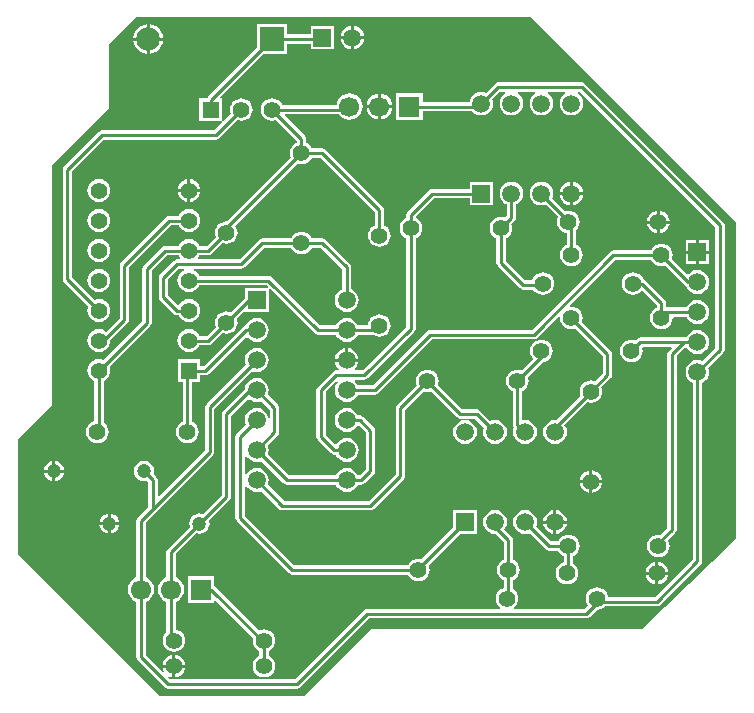
<source format=gtl>
G04 Layer_Physical_Order=1*
G04 Layer_Color=255*
%FSLAX44Y44*%
%MOMM*%
G71*
G01*
G75*
%ADD10C,0.2540*%
%ADD11C,1.4000*%
%ADD12R,1.5000X1.5000*%
%ADD13C,1.5000*%
%ADD14R,1.5000X1.5000*%
%ADD15R,1.7000X1.7000*%
%ADD16C,1.7000*%
%ADD17C,1.2000*%
%ADD18R,2.0000X2.0000*%
%ADD19C,2.0000*%
%ADD20R,1.4000X1.4000*%
%ADD21R,1.4224X1.4224*%
%ADD22C,1.4224*%
G36*
X1029970Y786130D02*
X1029970Y518160D01*
X949960Y441960D01*
X721360D01*
X664210Y384810D01*
X542290Y384810D01*
X421640Y505460D01*
Y601980D01*
X450850Y631190D01*
Y704898D01*
Y834390D01*
X498475Y882015D01*
X498475Y936625D01*
X521970Y960120D01*
X855980D01*
X1029970Y786130D01*
D02*
G37*
%LPC*%
G36*
X908050Y575875D02*
Y567690D01*
X916235D01*
X916074Y568910D01*
X915113Y571231D01*
X913584Y573224D01*
X911591Y574753D01*
X909270Y575714D01*
X908050Y575875D01*
D02*
G37*
G36*
X905510D02*
X904290Y575714D01*
X901969Y574753D01*
X899976Y573224D01*
X898447Y571231D01*
X897486Y568910D01*
X897325Y567690D01*
X905510D01*
Y575875D01*
D02*
G37*
G36*
X453390Y583756D02*
Y576580D01*
X460566D01*
X460440Y577539D01*
X459580Y579617D01*
X458211Y581401D01*
X456427Y582770D01*
X454349Y583630D01*
X453390Y583756D01*
D02*
G37*
G36*
X450850D02*
X449891Y583630D01*
X447813Y582770D01*
X446029Y581401D01*
X444660Y579617D01*
X443800Y577539D01*
X443674Y576580D01*
X450850D01*
Y583756D01*
D02*
G37*
G36*
X768350Y661132D02*
X765860Y660804D01*
X763539Y659843D01*
X761546Y658314D01*
X760017Y656321D01*
X759056Y654000D01*
X758728Y651510D01*
X759056Y649020D01*
X759439Y648093D01*
X742743Y631397D01*
X741901Y630137D01*
X741605Y628650D01*
Y573109D01*
X718481Y549985D01*
X646939D01*
X633033Y563890D01*
X633522Y565069D01*
X633867Y567690D01*
X633522Y570311D01*
X632510Y572753D01*
X630901Y574851D01*
X628803Y576460D01*
X626361Y577472D01*
X623740Y577817D01*
X621119Y577472D01*
X618677Y576460D01*
X616579Y574851D01*
X614970Y572753D01*
X614755Y572233D01*
X613485Y572486D01*
Y588294D01*
X614755Y588547D01*
X614970Y588027D01*
X616579Y585929D01*
X618677Y584320D01*
X621119Y583308D01*
X623740Y582963D01*
X626361Y583308D01*
X627540Y583797D01*
X646393Y564943D01*
X647653Y564101D01*
X649140Y563805D01*
X690682D01*
X691170Y562627D01*
X692779Y560529D01*
X694877Y558920D01*
X697319Y557908D01*
X699940Y557563D01*
X702561Y557908D01*
X705003Y558920D01*
X707101Y560529D01*
X708710Y562627D01*
X709198Y563805D01*
X712470D01*
X713957Y564101D01*
X715217Y564943D01*
X722837Y572563D01*
X723679Y573823D01*
X723975Y575310D01*
Y609600D01*
X723679Y611087D01*
X722837Y612347D01*
X713947Y621237D01*
X712687Y622079D01*
X711200Y622375D01*
X709198D01*
X708710Y623553D01*
X707101Y625651D01*
X705003Y627260D01*
X702561Y628272D01*
X699940Y628617D01*
X697319Y628272D01*
X694877Y627260D01*
X692779Y625651D01*
X691170Y623553D01*
X690158Y621111D01*
X689813Y618490D01*
X690158Y615869D01*
X691170Y613427D01*
X692779Y611329D01*
X694877Y609720D01*
X697319Y608708D01*
X699940Y608363D01*
X702561Y608708D01*
X705003Y609720D01*
X707101Y611329D01*
X708710Y613427D01*
X708787Y613613D01*
X710285Y613911D01*
X716205Y607991D01*
Y576919D01*
X710861Y571575D01*
X709198D01*
X708710Y572753D01*
X707101Y574851D01*
X705003Y576460D01*
X702561Y577472D01*
X699940Y577817D01*
X697319Y577472D01*
X694877Y576460D01*
X692779Y574851D01*
X691170Y572753D01*
X690682Y571575D01*
X650749D01*
X633033Y589290D01*
X633522Y590469D01*
X633867Y593090D01*
X633522Y595711D01*
X633033Y596890D01*
X641557Y605413D01*
X642399Y606673D01*
X642695Y608160D01*
Y628820D01*
X642399Y630307D01*
X641557Y631567D01*
X633033Y640090D01*
X633522Y641269D01*
X633867Y643890D01*
X633522Y646511D01*
X632510Y648953D01*
X630901Y651051D01*
X628803Y652660D01*
X626361Y653672D01*
X623740Y654017D01*
X621119Y653672D01*
X618677Y652660D01*
X616579Y651051D01*
X614970Y648953D01*
X613958Y646511D01*
X613707Y644601D01*
X595423Y626317D01*
X594581Y625057D01*
X594285Y623570D01*
Y555329D01*
X577962Y539005D01*
X577539Y539180D01*
X575310Y539474D01*
X573081Y539180D01*
X571003Y538320D01*
X569219Y536951D01*
X567850Y535167D01*
X566990Y533089D01*
X566696Y530860D01*
X566990Y528631D01*
X567165Y528208D01*
X548433Y509477D01*
X547591Y508217D01*
X547295Y506730D01*
Y485321D01*
X545612Y484623D01*
X543306Y482854D01*
X541537Y480548D01*
X540424Y477862D01*
X540045Y474980D01*
X540424Y472098D01*
X541537Y469412D01*
X543306Y467106D01*
X545612Y465337D01*
X547295Y464640D01*
Y438895D01*
X546916Y438604D01*
X545387Y436611D01*
X544426Y434290D01*
X544098Y431800D01*
X544426Y429310D01*
X545387Y426989D01*
X546916Y424996D01*
X548909Y423467D01*
X551230Y422506D01*
X553720Y422178D01*
X556210Y422506D01*
X558531Y423467D01*
X560524Y424996D01*
X562053Y426989D01*
X563014Y429310D01*
X563342Y431800D01*
X563014Y434290D01*
X562053Y436611D01*
X560524Y438604D01*
X558531Y440133D01*
X556210Y441094D01*
X555065Y441245D01*
Y464640D01*
X556748Y465337D01*
X559054Y467106D01*
X560823Y469412D01*
X561936Y472098D01*
X562315Y474980D01*
X561936Y477862D01*
X560823Y480548D01*
X559054Y482854D01*
X556748Y484623D01*
X555065Y485321D01*
Y505121D01*
X572658Y522715D01*
X573081Y522540D01*
X575310Y522246D01*
X577539Y522540D01*
X579617Y523400D01*
X581401Y524769D01*
X582770Y526553D01*
X583630Y528631D01*
X583924Y530860D01*
X583630Y533089D01*
X583455Y533512D01*
X600917Y550973D01*
X601759Y552233D01*
X602055Y553720D01*
Y621961D01*
X616717Y636624D01*
X618677Y635120D01*
X621119Y634108D01*
X623740Y633763D01*
X626361Y634108D01*
X627540Y634597D01*
X634925Y627211D01*
Y620178D01*
X633655Y620095D01*
X633522Y621111D01*
X632510Y623553D01*
X630901Y625651D01*
X628803Y627260D01*
X626361Y628272D01*
X623740Y628617D01*
X621119Y628272D01*
X618677Y627260D01*
X616579Y625651D01*
X614970Y623553D01*
X613958Y621111D01*
X613613Y618490D01*
X613958Y615869D01*
X614447Y614690D01*
X606853Y607097D01*
X606011Y605837D01*
X605715Y604350D01*
Y535940D01*
X606011Y534453D01*
X606853Y533193D01*
X651303Y488743D01*
X652563Y487901D01*
X654050Y487605D01*
X752013D01*
X752397Y486679D01*
X753926Y484686D01*
X755919Y483157D01*
X758240Y482196D01*
X760730Y481868D01*
X763220Y482196D01*
X765541Y483157D01*
X767534Y484686D01*
X769063Y486679D01*
X770024Y489000D01*
X770352Y491490D01*
X770024Y493980D01*
X769269Y495805D01*
X795554Y522090D01*
X810140D01*
Y542170D01*
X790060D01*
Y527584D01*
X763249Y500773D01*
X763220Y500784D01*
X760730Y501112D01*
X758240Y500784D01*
X755919Y499823D01*
X753926Y498294D01*
X752397Y496301D01*
X752013Y495375D01*
X655659D01*
X613485Y537549D01*
Y562894D01*
X614755Y563147D01*
X614970Y562627D01*
X616579Y560529D01*
X618677Y558920D01*
X621119Y557908D01*
X623740Y557563D01*
X626361Y557908D01*
X627540Y558397D01*
X642583Y543353D01*
X643843Y542511D01*
X645330Y542215D01*
X720090D01*
X721577Y542511D01*
X722837Y543353D01*
X748237Y568753D01*
X749079Y570013D01*
X749375Y571500D01*
Y627041D01*
X764933Y642599D01*
X765860Y642216D01*
X768350Y641888D01*
X770840Y642216D01*
X771767Y642599D01*
X793543Y620823D01*
X794803Y619981D01*
X796290Y619685D01*
X799703D01*
X799786Y618415D01*
X799201Y618338D01*
X797479Y618112D01*
X795037Y617100D01*
X792939Y615491D01*
X791330Y613393D01*
X790318Y610951D01*
X789973Y608330D01*
X790318Y605709D01*
X791330Y603267D01*
X792939Y601169D01*
X795037Y599560D01*
X797479Y598548D01*
X800100Y598203D01*
X802721Y598548D01*
X805163Y599560D01*
X807261Y601169D01*
X808870Y603267D01*
X809882Y605709D01*
X810227Y608330D01*
X809882Y610951D01*
X808870Y613393D01*
X807261Y615491D01*
X805163Y617100D01*
X802721Y618112D01*
X800999Y618338D01*
X800414Y618415D01*
X800497Y619685D01*
X808651D01*
X816207Y612130D01*
X815718Y610951D01*
X815373Y608330D01*
X815718Y605709D01*
X816730Y603267D01*
X818339Y601169D01*
X820437Y599560D01*
X822879Y598548D01*
X825500Y598203D01*
X828121Y598548D01*
X830563Y599560D01*
X832661Y601169D01*
X834270Y603267D01*
X835282Y605709D01*
X835627Y608330D01*
X835282Y610951D01*
X834270Y613393D01*
X832661Y615491D01*
X830563Y617100D01*
X828121Y618112D01*
X825500Y618457D01*
X822879Y618112D01*
X821700Y617623D01*
X813007Y626317D01*
X811747Y627159D01*
X810260Y627455D01*
X797899D01*
X777261Y648093D01*
X777644Y649020D01*
X777972Y651510D01*
X777644Y654000D01*
X776683Y656321D01*
X775154Y658314D01*
X773161Y659843D01*
X770840Y660804D01*
X768350Y661132D01*
D02*
G37*
G36*
X916235Y565150D02*
X908050D01*
Y556965D01*
X909270Y557126D01*
X911591Y558087D01*
X913584Y559616D01*
X915113Y561609D01*
X916074Y563930D01*
X916235Y565150D01*
D02*
G37*
G36*
X460566Y574040D02*
X453390D01*
Y566864D01*
X454349Y566990D01*
X456427Y567850D01*
X458211Y569219D01*
X459580Y571003D01*
X460440Y573081D01*
X460566Y574040D01*
D02*
G37*
G36*
X450850D02*
X443674D01*
X443800Y573081D01*
X444660Y571003D01*
X446029Y569219D01*
X447813Y567850D01*
X449891Y566990D01*
X450850Y566864D01*
Y574040D01*
D02*
G37*
G36*
X864870Y686532D02*
X862380Y686204D01*
X860059Y685243D01*
X858066Y683714D01*
X856537Y681721D01*
X855576Y679400D01*
X855248Y676910D01*
X855576Y674420D01*
X856537Y672099D01*
X857886Y670340D01*
X847967Y660421D01*
X847040Y660804D01*
X844550Y661132D01*
X842060Y660804D01*
X839739Y659843D01*
X837746Y658314D01*
X836217Y656321D01*
X835256Y654000D01*
X834928Y651510D01*
X835256Y649020D01*
X836217Y646699D01*
X837746Y644706D01*
X839739Y643177D01*
X840665Y642793D01*
Y614680D01*
X840961Y613193D01*
X841632Y612190D01*
X841118Y610951D01*
X840773Y608330D01*
X841118Y605709D01*
X842130Y603267D01*
X843739Y601169D01*
X845837Y599560D01*
X848279Y598548D01*
X850900Y598203D01*
X853521Y598548D01*
X855963Y599560D01*
X858061Y601169D01*
X859670Y603267D01*
X860682Y605709D01*
X861027Y608330D01*
X860682Y610951D01*
X859670Y613393D01*
X858061Y615491D01*
X855963Y617100D01*
X853521Y618112D01*
X850900Y618457D01*
X849389Y618258D01*
X848435Y619095D01*
Y642793D01*
X849361Y643177D01*
X851354Y644706D01*
X852883Y646699D01*
X853844Y649020D01*
X854172Y651510D01*
X853844Y654000D01*
X853461Y654927D01*
X865966Y667432D01*
X867360Y667616D01*
X869681Y668577D01*
X871674Y670106D01*
X873203Y672099D01*
X874164Y674420D01*
X874492Y676910D01*
X874164Y679400D01*
X873203Y681721D01*
X871674Y683714D01*
X869681Y685243D01*
X867360Y686204D01*
X864870Y686532D01*
D02*
G37*
G36*
X490220Y746335D02*
X487700Y746004D01*
X485352Y745031D01*
X483336Y743484D01*
X481789Y741468D01*
X480816Y739120D01*
X480485Y736600D01*
X480816Y734080D01*
X481789Y731732D01*
X483336Y729716D01*
X485352Y728169D01*
X487700Y727196D01*
X490220Y726865D01*
X492740Y727196D01*
X495088Y728169D01*
X497104Y729716D01*
X498651Y731732D01*
X499624Y734080D01*
X499955Y736600D01*
X499624Y739120D01*
X498651Y741468D01*
X497104Y743484D01*
X495088Y745031D01*
X492740Y746004D01*
X490220Y746335D01*
D02*
G37*
G36*
X942340Y743682D02*
X939850Y743354D01*
X937529Y742393D01*
X935536Y740864D01*
X934007Y738871D01*
X933046Y736550D01*
X932718Y734060D01*
X933046Y731570D01*
X934007Y729249D01*
X935536Y727256D01*
X937529Y725727D01*
X939850Y724766D01*
X942340Y724438D01*
X944830Y724766D01*
X947151Y725727D01*
X949144Y727256D01*
X949481Y727695D01*
X950748Y727778D01*
X962585Y715941D01*
Y713567D01*
X961659Y713183D01*
X959666Y711654D01*
X958137Y709661D01*
X957176Y707340D01*
X956848Y704850D01*
X957176Y702360D01*
X958137Y700039D01*
X959666Y698046D01*
X961659Y696517D01*
X963980Y695556D01*
X966470Y695228D01*
X968960Y695556D01*
X971281Y696517D01*
X973274Y698046D01*
X974803Y700039D01*
X975764Y702360D01*
X976092Y704850D01*
X976061Y705090D01*
X976898Y706045D01*
X987692D01*
X988180Y704867D01*
X989789Y702769D01*
X991887Y701160D01*
X994329Y700148D01*
X996950Y699803D01*
X999571Y700148D01*
X1002013Y701160D01*
X1004111Y702769D01*
X1005720Y704867D01*
X1006732Y707309D01*
X1007077Y709930D01*
X1006732Y712551D01*
X1005720Y714993D01*
X1004111Y717091D01*
X1002013Y718700D01*
X999571Y719712D01*
X996950Y720057D01*
X994329Y719712D01*
X991887Y718700D01*
X989789Y717091D01*
X988180Y714993D01*
X987692Y713815D01*
X971550D01*
X971336Y713772D01*
X970355Y714578D01*
Y717550D01*
X970059Y719037D01*
X969217Y720297D01*
X952707Y736807D01*
X951447Y737649D01*
X951155Y737707D01*
X950673Y738871D01*
X949144Y740864D01*
X947151Y742393D01*
X944830Y743354D01*
X942340Y743682D01*
D02*
G37*
G36*
X995680Y759460D02*
X986910D01*
Y750690D01*
X995680D01*
Y759460D01*
D02*
G37*
G36*
X864870Y820387D02*
X862249Y820042D01*
X859807Y819030D01*
X857709Y817421D01*
X856100Y815323D01*
X855088Y812881D01*
X854743Y810260D01*
X855088Y807639D01*
X856100Y805197D01*
X857709Y803099D01*
X859807Y801490D01*
X862249Y800478D01*
X864870Y800133D01*
X867491Y800478D01*
X868670Y800967D01*
X879191Y790445D01*
X878436Y788620D01*
X878108Y786130D01*
X878436Y783640D01*
X879397Y781319D01*
X880926Y779326D01*
X882919Y777797D01*
X885240Y776836D01*
X886385Y776685D01*
Y766907D01*
X885459Y766523D01*
X883466Y764994D01*
X881937Y763001D01*
X880976Y760680D01*
X880648Y758190D01*
X880976Y755700D01*
X881937Y753379D01*
X883466Y751386D01*
X885459Y749857D01*
X887780Y748896D01*
X890270Y748568D01*
X892760Y748896D01*
X895081Y749857D01*
X897074Y751386D01*
X898603Y753379D01*
X899564Y755700D01*
X899892Y758190D01*
X899564Y760680D01*
X898603Y763001D01*
X897074Y764994D01*
X895081Y766523D01*
X894155Y766907D01*
Y779035D01*
X894534Y779326D01*
X896063Y781319D01*
X897024Y783640D01*
X897352Y786130D01*
X897024Y788620D01*
X896063Y790941D01*
X894534Y792934D01*
X892541Y794463D01*
X890220Y795424D01*
X887730Y795752D01*
X885240Y795424D01*
X885211Y795413D01*
X874163Y806460D01*
X874652Y807639D01*
X874997Y810260D01*
X874652Y812881D01*
X873640Y815323D01*
X872031Y817421D01*
X869933Y819030D01*
X867491Y820042D01*
X864870Y820387D01*
D02*
G37*
G36*
X701210Y679249D02*
Y670560D01*
X709899D01*
X709722Y671911D01*
X708710Y674353D01*
X707101Y676451D01*
X705003Y678060D01*
X702561Y679072D01*
X701210Y679249D01*
D02*
G37*
G36*
X698670D02*
X697319Y679072D01*
X694877Y678060D01*
X692779Y676451D01*
X691170Y674353D01*
X690158Y671911D01*
X689981Y670560D01*
X698670D01*
Y679249D01*
D02*
G37*
G36*
X996950Y694657D02*
X994329Y694312D01*
X991887Y693300D01*
X989789Y691691D01*
X988180Y689593D01*
X987692Y688415D01*
X948690D01*
X947203Y688119D01*
X945943Y687277D01*
X944487Y685821D01*
X943560Y686204D01*
X941070Y686532D01*
X938580Y686204D01*
X936259Y685243D01*
X934266Y683714D01*
X932737Y681721D01*
X931776Y679400D01*
X931448Y676910D01*
X931776Y674420D01*
X932737Y672099D01*
X934266Y670106D01*
X936259Y668577D01*
X938580Y667616D01*
X941070Y667288D01*
X943560Y667616D01*
X945881Y668577D01*
X947874Y670106D01*
X949403Y672099D01*
X950364Y674420D01*
X950692Y676910D01*
X950364Y679400D01*
X951223Y680645D01*
X974482D01*
X974968Y679472D01*
X972613Y677117D01*
X971771Y675857D01*
X971475Y674370D01*
Y527389D01*
X965334Y521247D01*
X963930Y521432D01*
X961440Y521104D01*
X959119Y520143D01*
X957126Y518614D01*
X955597Y516621D01*
X954636Y514300D01*
X954308Y511810D01*
X954636Y509320D01*
X955597Y506999D01*
X957126Y505006D01*
X959119Y503477D01*
X961440Y502516D01*
X963930Y502188D01*
X966420Y502516D01*
X968741Y503477D01*
X970734Y505006D01*
X972263Y506999D01*
X973224Y509320D01*
X973552Y511810D01*
X973224Y514300D01*
X972263Y516621D01*
X972016Y516943D01*
X978107Y523033D01*
X978949Y524293D01*
X979245Y525780D01*
Y672761D01*
X986555Y680071D01*
X988046Y679792D01*
X988180Y679467D01*
X989789Y677369D01*
X991887Y675760D01*
X994329Y674748D01*
X996950Y674403D01*
X999571Y674748D01*
X1002013Y675760D01*
X1004111Y677369D01*
X1005720Y679467D01*
X1006732Y681909D01*
X1007077Y684530D01*
X1006732Y687151D01*
X1005720Y689593D01*
X1004111Y691691D01*
X1002013Y693300D01*
X999571Y694312D01*
X996950Y694657D01*
D02*
G37*
G36*
X623740Y704817D02*
X621119Y704472D01*
X618677Y703460D01*
X616579Y701851D01*
X614970Y699753D01*
X614464Y698532D01*
X613193Y698279D01*
X611933Y697437D01*
X578781Y664285D01*
X576072D01*
Y670052D01*
X556768D01*
Y650748D01*
X561265D01*
Y617047D01*
X560339Y616663D01*
X558346Y615134D01*
X556817Y613141D01*
X555856Y610820D01*
X555528Y608330D01*
X555856Y605840D01*
X556817Y603519D01*
X558346Y601526D01*
X560339Y599997D01*
X562660Y599036D01*
X565150Y598708D01*
X567640Y599036D01*
X569961Y599997D01*
X571954Y601526D01*
X573483Y603519D01*
X574444Y605840D01*
X574772Y608330D01*
X574444Y610820D01*
X573483Y613141D01*
X571954Y615134D01*
X569961Y616663D01*
X569035Y617047D01*
Y650748D01*
X576072D01*
Y656515D01*
X580390D01*
X581877Y656811D01*
X583137Y657653D01*
X614350Y688866D01*
X615617Y688783D01*
X616579Y687529D01*
X618677Y685920D01*
X621119Y684908D01*
X623740Y684563D01*
X626361Y684908D01*
X628803Y685920D01*
X630901Y687529D01*
X632510Y689627D01*
X633522Y692069D01*
X633867Y694690D01*
X633522Y697311D01*
X632510Y699753D01*
X630901Y701851D01*
X628803Y703460D01*
X626361Y704472D01*
X623740Y704817D01*
D02*
G37*
G36*
X905510Y565150D02*
X897325D01*
X897486Y563930D01*
X898447Y561609D01*
X899976Y559616D01*
X901969Y558087D01*
X904290Y557126D01*
X905510Y556965D01*
Y565150D01*
D02*
G37*
G36*
X961390Y487680D02*
X953205D01*
X953366Y486460D01*
X954327Y484139D01*
X955856Y482146D01*
X957849Y480617D01*
X960170Y479656D01*
X961390Y479495D01*
Y487680D01*
D02*
G37*
G36*
X850900Y542257D02*
X848279Y541912D01*
X845837Y540900D01*
X843739Y539291D01*
X842130Y537193D01*
X841118Y534751D01*
X840773Y532130D01*
X841118Y529509D01*
X842130Y527067D01*
X843739Y524969D01*
X845837Y523360D01*
X848279Y522348D01*
X850900Y522003D01*
X853521Y522348D01*
X854700Y522837D01*
X868473Y509063D01*
X869733Y508221D01*
X871220Y507925D01*
X879013D01*
X879397Y506999D01*
X880926Y505006D01*
X882919Y503477D01*
X883845Y503093D01*
Y498193D01*
X881649Y497283D01*
X879656Y495754D01*
X878127Y493761D01*
X877166Y491440D01*
X876838Y488950D01*
X877166Y486460D01*
X878127Y484139D01*
X879656Y482146D01*
X881649Y480617D01*
X883970Y479656D01*
X886460Y479328D01*
X888950Y479656D01*
X891271Y480617D01*
X893264Y482146D01*
X894793Y484139D01*
X895754Y486460D01*
X896082Y488950D01*
X895754Y491440D01*
X894793Y493761D01*
X893264Y495754D01*
X891615Y497020D01*
Y503093D01*
X892541Y503477D01*
X894534Y505006D01*
X896063Y506999D01*
X897024Y509320D01*
X897352Y511810D01*
X897024Y514300D01*
X896063Y516621D01*
X894534Y518614D01*
X892541Y520143D01*
X890220Y521104D01*
X887730Y521432D01*
X885240Y521104D01*
X882919Y520143D01*
X880926Y518614D01*
X879397Y516621D01*
X879013Y515695D01*
X872829D01*
X860193Y528330D01*
X860682Y529509D01*
X861027Y532130D01*
X860682Y534751D01*
X859670Y537193D01*
X858061Y539291D01*
X855963Y540900D01*
X853521Y541912D01*
X850900Y542257D01*
D02*
G37*
G36*
X961390Y498405D02*
X960170Y498244D01*
X957849Y497283D01*
X955856Y495754D01*
X954327Y493761D01*
X953366Y491440D01*
X953205Y490220D01*
X961390D01*
Y498405D01*
D02*
G37*
G36*
X972115Y487680D02*
X963930D01*
Y479495D01*
X965150Y479656D01*
X967471Y480617D01*
X969464Y482146D01*
X970993Y484139D01*
X971954Y486460D01*
X972115Y487680D01*
D02*
G37*
G36*
X563175Y408940D02*
X554990D01*
Y400755D01*
X556210Y400916D01*
X558531Y401877D01*
X560524Y403406D01*
X562053Y405399D01*
X563014Y407720D01*
X563175Y408940D01*
D02*
G37*
G36*
X587620Y486020D02*
X565540D01*
Y463940D01*
X587620D01*
Y465677D01*
X588793Y466163D01*
X620637Y434319D01*
X620626Y434290D01*
X620298Y431800D01*
X620626Y429310D01*
X621587Y426989D01*
X623116Y424996D01*
X625109Y423467D01*
X626035Y423083D01*
Y418927D01*
X625109Y418543D01*
X623116Y417014D01*
X621587Y415021D01*
X620626Y412700D01*
X620298Y410210D01*
X620626Y407720D01*
X621587Y405399D01*
X623116Y403406D01*
X625109Y401877D01*
X627430Y400916D01*
X629920Y400588D01*
X632410Y400916D01*
X634731Y401877D01*
X636724Y403406D01*
X638253Y405399D01*
X639214Y407720D01*
X639542Y410210D01*
X639214Y412700D01*
X638253Y415021D01*
X636724Y417014D01*
X634731Y418543D01*
X633805Y418927D01*
Y423083D01*
X634731Y423467D01*
X636724Y424996D01*
X638253Y426989D01*
X639214Y429310D01*
X639542Y431800D01*
X639214Y434290D01*
X638253Y436611D01*
X636724Y438604D01*
X634731Y440133D01*
X632410Y441094D01*
X629920Y441422D01*
X627430Y441094D01*
X625605Y440339D01*
X588217Y477727D01*
X587620Y478126D01*
Y486020D01*
D02*
G37*
G36*
X554990Y419665D02*
Y411480D01*
X563175D01*
X563014Y412700D01*
X562053Y415021D01*
X560524Y417014D01*
X558531Y418543D01*
X556210Y419504D01*
X554990Y419665D01*
D02*
G37*
G36*
X552450D02*
X551230Y419504D01*
X548909Y418543D01*
X546916Y417014D01*
X545387Y415021D01*
X544426Y412700D01*
X544265Y411480D01*
X552450D01*
Y419665D01*
D02*
G37*
G36*
X963930Y498405D02*
Y490220D01*
X972115D01*
X971954Y491440D01*
X970993Y493761D01*
X969464Y495754D01*
X967471Y497283D01*
X965150Y498244D01*
X963930Y498405D01*
D02*
G37*
G36*
X500380Y539306D02*
Y532130D01*
X507556D01*
X507430Y533089D01*
X506570Y535167D01*
X505201Y536951D01*
X503417Y538320D01*
X501339Y539180D01*
X500380Y539306D01*
D02*
G37*
G36*
X497840D02*
X496881Y539180D01*
X494803Y538320D01*
X493019Y536951D01*
X491650Y535167D01*
X490790Y533089D01*
X490663Y532130D01*
X497840D01*
Y539306D01*
D02*
G37*
G36*
X877570Y542089D02*
Y533400D01*
X886259D01*
X886082Y534751D01*
X885070Y537193D01*
X883461Y539291D01*
X881363Y540900D01*
X878921Y541912D01*
X877570Y542089D01*
D02*
G37*
G36*
X875030D02*
X873679Y541912D01*
X871237Y540900D01*
X869139Y539291D01*
X867530Y537193D01*
X866518Y534751D01*
X866341Y533400D01*
X875030D01*
Y542089D01*
D02*
G37*
G36*
X886259Y530860D02*
X877570D01*
Y522171D01*
X878921Y522348D01*
X881363Y523360D01*
X883461Y524969D01*
X885070Y527067D01*
X886082Y529509D01*
X886259Y530860D01*
D02*
G37*
G36*
X875030D02*
X866341D01*
X866518Y529509D01*
X867530Y527067D01*
X869139Y524969D01*
X871237Y523360D01*
X873679Y522348D01*
X875030Y522171D01*
Y530860D01*
D02*
G37*
G36*
X507556Y529590D02*
X500380D01*
Y522413D01*
X501339Y522540D01*
X503417Y523400D01*
X505201Y524769D01*
X506570Y526553D01*
X507430Y528631D01*
X507556Y529590D01*
D02*
G37*
G36*
X497840D02*
X490663D01*
X490790Y528631D01*
X491650Y526553D01*
X493019Y524769D01*
X494803Y523400D01*
X496881Y522540D01*
X497840Y522413D01*
Y529590D01*
D02*
G37*
G36*
X728980Y894888D02*
Y885190D01*
X738678D01*
X738466Y886802D01*
X737353Y889488D01*
X735584Y891794D01*
X733278Y893563D01*
X730592Y894676D01*
X728980Y894888D01*
D02*
G37*
G36*
X726440D02*
X724828Y894676D01*
X722142Y893563D01*
X719836Y891794D01*
X718067Y889488D01*
X716954Y886802D01*
X716742Y885190D01*
X726440D01*
Y894888D01*
D02*
G37*
G36*
X899160Y904315D02*
X828040D01*
X826553Y904019D01*
X825293Y903177D01*
X817870Y895753D01*
X816691Y896242D01*
X814070Y896587D01*
X811449Y896242D01*
X809007Y895230D01*
X806909Y893621D01*
X805300Y891523D01*
X804288Y889081D01*
X804120Y887805D01*
X764150D01*
Y894960D01*
X742070D01*
Y872880D01*
X764150D01*
Y880035D01*
X806345D01*
X806909Y879299D01*
X809007Y877690D01*
X811449Y876678D01*
X814070Y876333D01*
X816691Y876678D01*
X819133Y877690D01*
X821231Y879299D01*
X822840Y881397D01*
X823852Y883839D01*
X824197Y886460D01*
X823852Y889081D01*
X823363Y890260D01*
X829649Y896545D01*
X834264D01*
X834516Y895275D01*
X834407Y895230D01*
X832309Y893621D01*
X830700Y891523D01*
X829688Y889081D01*
X829343Y886460D01*
X829688Y883839D01*
X830700Y881397D01*
X832309Y879299D01*
X834407Y877690D01*
X836849Y876678D01*
X839470Y876333D01*
X842091Y876678D01*
X844533Y877690D01*
X846631Y879299D01*
X848240Y881397D01*
X849252Y883839D01*
X849597Y886460D01*
X849252Y889081D01*
X848240Y891523D01*
X846631Y893621D01*
X844533Y895230D01*
X844424Y895275D01*
X844676Y896545D01*
X859664D01*
X859916Y895275D01*
X859807Y895230D01*
X857709Y893621D01*
X856100Y891523D01*
X855088Y889081D01*
X854743Y886460D01*
X855088Y883839D01*
X856100Y881397D01*
X857709Y879299D01*
X859807Y877690D01*
X862249Y876678D01*
X864870Y876333D01*
X867491Y876678D01*
X869933Y877690D01*
X872031Y879299D01*
X873640Y881397D01*
X874652Y883839D01*
X874997Y886460D01*
X874652Y889081D01*
X873640Y891523D01*
X872031Y893621D01*
X869933Y895230D01*
X869824Y895275D01*
X870076Y896545D01*
X885064D01*
X885316Y895275D01*
X885207Y895230D01*
X883109Y893621D01*
X881500Y891523D01*
X880488Y889081D01*
X880143Y886460D01*
X880488Y883839D01*
X881500Y881397D01*
X883109Y879299D01*
X885207Y877690D01*
X887649Y876678D01*
X890270Y876333D01*
X892891Y876678D01*
X895333Y877690D01*
X897431Y879299D01*
X899040Y881397D01*
X900052Y883839D01*
X900397Y886460D01*
X900052Y889081D01*
X899040Y891523D01*
X897431Y893621D01*
X895333Y895230D01*
X895224Y895275D01*
X895476Y896545D01*
X897551D01*
X1012115Y781981D01*
Y679789D01*
X1000750Y668423D01*
X999571Y668912D01*
X996950Y669257D01*
X994329Y668912D01*
X991887Y667900D01*
X989789Y666291D01*
X988180Y664193D01*
X987168Y661751D01*
X986823Y659130D01*
X987168Y656509D01*
X988180Y654067D01*
X989789Y651969D01*
X991887Y650360D01*
X993065Y649872D01*
Y500719D01*
X961051Y468705D01*
X921305D01*
X921154Y469850D01*
X920193Y472171D01*
X918664Y474164D01*
X916671Y475693D01*
X914350Y476654D01*
X911860Y476982D01*
X909370Y476654D01*
X907049Y475693D01*
X905056Y474164D01*
X903527Y472171D01*
X902566Y469850D01*
X902238Y467360D01*
X902566Y464870D01*
X903527Y462549D01*
X904325Y461509D01*
X901361Y458545D01*
X841929D01*
X841498Y459815D01*
X842464Y460556D01*
X843993Y462549D01*
X844954Y464870D01*
X845282Y467360D01*
X844954Y469850D01*
X843993Y472171D01*
X842464Y474164D01*
X840815Y475430D01*
Y482773D01*
X841741Y483157D01*
X843734Y484686D01*
X845263Y486679D01*
X846224Y489000D01*
X846552Y491490D01*
X846224Y493980D01*
X845263Y496301D01*
X843734Y498294D01*
X841741Y499823D01*
X840815Y500207D01*
Y516890D01*
X840519Y518377D01*
X839677Y519637D01*
X833392Y525922D01*
X834270Y527067D01*
X835282Y529509D01*
X835627Y532130D01*
X835282Y534751D01*
X834270Y537193D01*
X832661Y539291D01*
X830563Y540900D01*
X828121Y541912D01*
X825500Y542257D01*
X822879Y541912D01*
X820437Y540900D01*
X818339Y539291D01*
X816730Y537193D01*
X815718Y534751D01*
X815373Y532130D01*
X815718Y529509D01*
X816730Y527067D01*
X818339Y524969D01*
X820437Y523360D01*
X822879Y522348D01*
X825500Y522003D01*
X826227Y522099D01*
X833045Y515281D01*
Y500207D01*
X832119Y499823D01*
X830126Y498294D01*
X828597Y496301D01*
X827636Y493980D01*
X827308Y491490D01*
X827636Y489000D01*
X828597Y486679D01*
X830126Y484686D01*
X832119Y483157D01*
X833045Y482773D01*
Y476603D01*
X830849Y475693D01*
X828856Y474164D01*
X827327Y472171D01*
X826366Y469850D01*
X826038Y467360D01*
X826366Y464870D01*
X827327Y462549D01*
X828856Y460556D01*
X829822Y459815D01*
X829391Y458545D01*
X717550D01*
X716063Y458249D01*
X714803Y457407D01*
X656251Y398855D01*
X550249D01*
X548271Y400833D01*
X548909Y401877D01*
X551230Y400916D01*
X552450Y400755D01*
Y408940D01*
X544265D01*
X544426Y407720D01*
X545387Y405399D01*
X544343Y404761D01*
X529665Y419439D01*
Y464640D01*
X531348Y465337D01*
X533654Y467106D01*
X535423Y469412D01*
X536536Y472098D01*
X536915Y474980D01*
X536536Y477862D01*
X535423Y480548D01*
X533654Y482854D01*
X531348Y484623D01*
X529665Y485321D01*
Y531791D01*
X538687Y540813D01*
X586872Y588998D01*
X587714Y590259D01*
X588010Y591745D01*
Y628066D01*
X619940Y659997D01*
X621119Y659508D01*
X623740Y659163D01*
X626361Y659508D01*
X628803Y660520D01*
X630901Y662129D01*
X632510Y664227D01*
X633522Y666669D01*
X633867Y669290D01*
X633522Y671911D01*
X632510Y674353D01*
X630901Y676451D01*
X628803Y678060D01*
X626361Y679072D01*
X623740Y679417D01*
X621119Y679072D01*
X618677Y678060D01*
X616579Y676451D01*
X614970Y674353D01*
X613958Y671911D01*
X613613Y669290D01*
X613958Y666669D01*
X614447Y665490D01*
X581379Y632422D01*
X580536Y631162D01*
X580241Y629675D01*
Y593354D01*
X540998Y554112D01*
X539825Y554598D01*
Y567690D01*
X539529Y569177D01*
X538687Y570437D01*
X536465Y572658D01*
X536640Y573081D01*
X536934Y575310D01*
X536640Y577539D01*
X535780Y579617D01*
X534411Y581401D01*
X532627Y582770D01*
X530549Y583630D01*
X528320Y583924D01*
X526091Y583630D01*
X524013Y582770D01*
X522229Y581401D01*
X520860Y579617D01*
X520000Y577539D01*
X519706Y575310D01*
X520000Y573081D01*
X520860Y571003D01*
X522229Y569219D01*
X524013Y567850D01*
X526091Y566990D01*
X528320Y566696D01*
X530549Y566990D01*
X530972Y567165D01*
X532055Y566081D01*
Y545169D01*
X523033Y536147D01*
X522191Y534887D01*
X521895Y533400D01*
Y485321D01*
X520212Y484623D01*
X517906Y482854D01*
X516137Y480548D01*
X515024Y477862D01*
X514645Y474980D01*
X515024Y472098D01*
X516137Y469412D01*
X517906Y467106D01*
X520212Y465337D01*
X521895Y464640D01*
Y417830D01*
X522191Y416343D01*
X523033Y415083D01*
X545893Y392223D01*
X547153Y391381D01*
X548640Y391085D01*
X657860D01*
X659347Y391381D01*
X660607Y392223D01*
X719159Y450775D01*
X902970D01*
X904457Y451071D01*
X905717Y451913D01*
X911579Y457775D01*
X911860Y457738D01*
X914350Y458066D01*
X916671Y459027D01*
X918664Y460556D01*
X918955Y460935D01*
X962660D01*
X964147Y461231D01*
X965407Y462073D01*
X999697Y496363D01*
X1000539Y497623D01*
X1000835Y499110D01*
Y649872D01*
X1002013Y650360D01*
X1004111Y651969D01*
X1005720Y654067D01*
X1006732Y656509D01*
X1007077Y659130D01*
X1006732Y661751D01*
X1006243Y662930D01*
X1018747Y675433D01*
X1019589Y676693D01*
X1019885Y678180D01*
Y783590D01*
X1019589Y785077D01*
X1018747Y786337D01*
X901907Y903177D01*
X900647Y904019D01*
X899160Y904315D01*
D02*
G37*
G36*
X702310Y895055D02*
X699428Y894676D01*
X696742Y893563D01*
X694436Y891794D01*
X692667Y889488D01*
X691554Y886802D01*
X691352Y885265D01*
X645587D01*
X645203Y886191D01*
X643674Y888184D01*
X641681Y889713D01*
X639360Y890674D01*
X636870Y891002D01*
X634380Y890674D01*
X632059Y889713D01*
X630066Y888184D01*
X628537Y886191D01*
X627576Y883870D01*
X627248Y881380D01*
X627576Y878890D01*
X628537Y876569D01*
X630066Y874576D01*
X632059Y873047D01*
X634380Y872086D01*
X636870Y871758D01*
X639360Y872086D01*
X640287Y872469D01*
X657785Y854971D01*
Y853267D01*
X656859Y852883D01*
X654866Y851354D01*
X653337Y849361D01*
X652376Y847040D01*
X652048Y844550D01*
X652376Y842060D01*
X652759Y841133D01*
X598451Y786825D01*
X598170Y786862D01*
X595680Y786534D01*
X593359Y785573D01*
X591366Y784044D01*
X589837Y782051D01*
X588876Y779730D01*
X588548Y777240D01*
X588876Y774750D01*
X589259Y773823D01*
X581321Y765885D01*
X575258D01*
X574851Y766868D01*
X573304Y768884D01*
X571288Y770431D01*
X568940Y771404D01*
X566420Y771735D01*
X563900Y771404D01*
X561552Y770431D01*
X559536Y768884D01*
X557989Y766868D01*
X557582Y765885D01*
X546100D01*
X544613Y765589D01*
X543353Y764747D01*
X528113Y749507D01*
X527271Y748247D01*
X526975Y746760D01*
Y702649D01*
X493723Y669396D01*
X492740Y669804D01*
X490220Y670135D01*
X487700Y669804D01*
X485352Y668831D01*
X483336Y667284D01*
X481789Y665268D01*
X480816Y662920D01*
X480485Y660400D01*
X480816Y657880D01*
X481789Y655532D01*
X483336Y653516D01*
X485352Y651969D01*
X486335Y651562D01*
Y617573D01*
X484139Y616663D01*
X482146Y615134D01*
X480617Y613141D01*
X479656Y610820D01*
X479328Y608330D01*
X479656Y605840D01*
X480617Y603519D01*
X482146Y601526D01*
X484139Y599997D01*
X486460Y599036D01*
X488950Y598708D01*
X491440Y599036D01*
X493761Y599997D01*
X495754Y601526D01*
X497283Y603519D01*
X498244Y605840D01*
X498572Y608330D01*
X498244Y610820D01*
X497283Y613141D01*
X495754Y615134D01*
X494105Y616400D01*
Y651562D01*
X495088Y651969D01*
X497104Y653516D01*
X498651Y655532D01*
X499624Y657880D01*
X499955Y660400D01*
X499624Y662920D01*
X499216Y663903D01*
X533607Y698293D01*
X534449Y699553D01*
X534745Y701040D01*
Y745151D01*
X547709Y758115D01*
X557582D01*
X557989Y757132D01*
X559069Y755725D01*
X558443Y754455D01*
X556260D01*
X554773Y754159D01*
X553513Y753317D01*
X542083Y741887D01*
X541241Y740627D01*
X540945Y739140D01*
Y722630D01*
X541241Y721143D01*
X542083Y719883D01*
X553513Y708453D01*
X554773Y707611D01*
X556260Y707315D01*
X557582D01*
X557989Y706332D01*
X559536Y704316D01*
X561552Y702769D01*
X563900Y701796D01*
X566420Y701465D01*
X568940Y701796D01*
X571288Y702769D01*
X573304Y704316D01*
X574851Y706332D01*
X575824Y708680D01*
X576155Y711200D01*
X575824Y713720D01*
X574851Y716068D01*
X573304Y718084D01*
X571288Y719631D01*
X568940Y720604D01*
X566420Y720935D01*
X563900Y720604D01*
X561552Y719631D01*
X559536Y718084D01*
X558290Y716460D01*
X556798Y716156D01*
X548715Y724239D01*
Y737531D01*
X557869Y746685D01*
X562228D01*
X562480Y745415D01*
X561552Y745031D01*
X559536Y743484D01*
X557989Y741468D01*
X557016Y739120D01*
X556685Y736600D01*
X557016Y734080D01*
X557989Y731732D01*
X559536Y729716D01*
X561552Y728169D01*
X563900Y727196D01*
X566420Y726865D01*
X568940Y727196D01*
X571288Y728169D01*
X573304Y729716D01*
X574851Y731732D01*
X575258Y732715D01*
X632121D01*
X633436Y731400D01*
X632910Y730130D01*
X613700D01*
Y722064D01*
X601587Y709951D01*
X600660Y710334D01*
X598170Y710662D01*
X595680Y710334D01*
X593359Y709373D01*
X591366Y707844D01*
X589837Y705851D01*
X588876Y703530D01*
X588548Y701040D01*
X588876Y698550D01*
X589259Y697623D01*
X581321Y689685D01*
X575258D01*
X574851Y690668D01*
X573304Y692684D01*
X571288Y694231D01*
X568940Y695204D01*
X566420Y695535D01*
X563900Y695204D01*
X561552Y694231D01*
X559536Y692684D01*
X557989Y690668D01*
X557016Y688320D01*
X556685Y685800D01*
X557016Y683280D01*
X557989Y680932D01*
X559536Y678916D01*
X561552Y677369D01*
X563900Y676396D01*
X566420Y676065D01*
X568940Y676396D01*
X571288Y677369D01*
X573304Y678916D01*
X574851Y680932D01*
X575258Y681915D01*
X582930D01*
X584417Y682211D01*
X585677Y683053D01*
X594753Y692129D01*
X595680Y691746D01*
X598170Y691418D01*
X600660Y691746D01*
X602981Y692707D01*
X604974Y694236D01*
X606503Y696229D01*
X607464Y698550D01*
X607792Y701040D01*
X607464Y703530D01*
X607081Y704457D01*
X612974Y710351D01*
X613700Y710050D01*
Y710050D01*
X633780D01*
Y729260D01*
X635050Y729786D01*
X672893Y691943D01*
X674153Y691101D01*
X675640Y690805D01*
X690682D01*
X691170Y689627D01*
X692779Y687529D01*
X694877Y685920D01*
X697319Y684908D01*
X699940Y684563D01*
X702561Y684908D01*
X705003Y685920D01*
X707101Y687529D01*
X708710Y689627D01*
X709198Y690805D01*
X722067D01*
X722899Y690167D01*
X725220Y689206D01*
X727710Y688878D01*
X730200Y689206D01*
X732521Y690167D01*
X734514Y691696D01*
X736043Y693689D01*
X737004Y696010D01*
X737332Y698500D01*
X737004Y700990D01*
X736043Y703311D01*
X734514Y705304D01*
X732521Y706833D01*
X730200Y707794D01*
X727710Y708122D01*
X725220Y707794D01*
X722899Y706833D01*
X720906Y705304D01*
X719377Y703311D01*
X718416Y700990D01*
X718098Y698575D01*
X709198D01*
X708710Y699753D01*
X707101Y701851D01*
X705003Y703460D01*
X702561Y704472D01*
X699940Y704817D01*
X697319Y704472D01*
X694877Y703460D01*
X692779Y701851D01*
X691170Y699753D01*
X690682Y698575D01*
X677249D01*
X636477Y739347D01*
X635217Y740189D01*
X633730Y740485D01*
X575258D01*
X574851Y741468D01*
X573304Y743484D01*
X571288Y745031D01*
X570360Y745415D01*
X570612Y746685D01*
X610870D01*
X612357Y746981D01*
X613617Y747823D01*
X630259Y764465D01*
X652953D01*
X653337Y763539D01*
X654866Y761546D01*
X656859Y760017D01*
X659180Y759056D01*
X661670Y758728D01*
X664160Y759056D01*
X666481Y760017D01*
X668474Y761546D01*
X670003Y763539D01*
X670387Y764465D01*
X677841D01*
X696055Y746251D01*
Y729348D01*
X694877Y728860D01*
X692779Y727251D01*
X691170Y725153D01*
X690158Y722711D01*
X689813Y720090D01*
X690158Y717469D01*
X691170Y715027D01*
X692779Y712929D01*
X694877Y711320D01*
X697319Y710308D01*
X699940Y709963D01*
X702561Y710308D01*
X705003Y711320D01*
X707101Y712929D01*
X708710Y715027D01*
X709722Y717469D01*
X710067Y720090D01*
X709722Y722711D01*
X708710Y725153D01*
X707101Y727251D01*
X705003Y728860D01*
X703825Y729348D01*
Y747860D01*
X703529Y749347D01*
X702687Y750607D01*
X682197Y771097D01*
X680937Y771939D01*
X679450Y772235D01*
X670387D01*
X670003Y773161D01*
X668474Y775154D01*
X666481Y776683D01*
X664160Y777644D01*
X661670Y777972D01*
X659180Y777644D01*
X656859Y776683D01*
X654866Y775154D01*
X653337Y773161D01*
X652953Y772235D01*
X628650D01*
X627163Y771939D01*
X625903Y771097D01*
X609261Y754455D01*
X574397D01*
X573771Y755725D01*
X574851Y757132D01*
X575258Y758115D01*
X582930D01*
X584417Y758411D01*
X585677Y759253D01*
X594753Y768329D01*
X595680Y767946D01*
X598170Y767618D01*
X600660Y767946D01*
X602981Y768907D01*
X604974Y770436D01*
X606503Y772429D01*
X607464Y774750D01*
X607792Y777240D01*
X607464Y779730D01*
X606503Y782051D01*
X605705Y783091D01*
X658253Y835639D01*
X659180Y835256D01*
X661670Y834928D01*
X664160Y835256D01*
X666481Y836217D01*
X668474Y837746D01*
X670003Y839739D01*
X670387Y840665D01*
X677841D01*
X723825Y794681D01*
Y783417D01*
X722899Y783033D01*
X720906Y781504D01*
X719377Y779511D01*
X718416Y777190D01*
X718088Y774700D01*
X718416Y772210D01*
X719377Y769889D01*
X720906Y767896D01*
X722899Y766367D01*
X725220Y765406D01*
X727710Y765078D01*
X730200Y765406D01*
X732521Y766367D01*
X734514Y767896D01*
X736043Y769889D01*
X737004Y772210D01*
X737332Y774700D01*
X737004Y777190D01*
X736043Y779511D01*
X734514Y781504D01*
X732521Y783033D01*
X731595Y783417D01*
Y796290D01*
X731299Y797777D01*
X730457Y799037D01*
X682197Y847297D01*
X680937Y848139D01*
X679450Y848435D01*
X670387D01*
X670003Y849361D01*
X668474Y851354D01*
X666481Y852883D01*
X665555Y853267D01*
Y856580D01*
X665259Y858067D01*
X664417Y859327D01*
X647422Y876322D01*
X647908Y877495D01*
X693324D01*
X694436Y876046D01*
X696742Y874277D01*
X699428Y873164D01*
X702310Y872785D01*
X705192Y873164D01*
X707878Y874277D01*
X710184Y876046D01*
X711953Y878352D01*
X713066Y881038D01*
X713445Y883920D01*
X713066Y886802D01*
X711953Y889488D01*
X710184Y891794D01*
X707878Y893563D01*
X705192Y894676D01*
X702310Y895055D01*
D02*
G37*
G36*
X738678Y882650D02*
X728980D01*
Y872952D01*
X730592Y873164D01*
X733278Y874277D01*
X735584Y876046D01*
X737353Y878352D01*
X738466Y881038D01*
X738678Y882650D01*
D02*
G37*
G36*
X565150Y822368D02*
X563900Y822204D01*
X561552Y821231D01*
X559536Y819684D01*
X557989Y817668D01*
X557016Y815320D01*
X556852Y814070D01*
X565150D01*
Y822368D01*
D02*
G37*
G36*
X891540Y820219D02*
Y811530D01*
X900229D01*
X900052Y812881D01*
X899040Y815323D01*
X897431Y817421D01*
X895333Y819030D01*
X892891Y820042D01*
X891540Y820219D01*
D02*
G37*
G36*
X726440Y882650D02*
X716742D01*
X716954Y881038D01*
X718067Y878352D01*
X719836Y876046D01*
X722142Y874277D01*
X724828Y873164D01*
X726440Y872952D01*
Y882650D01*
D02*
G37*
G36*
X567690Y822368D02*
Y814070D01*
X575988D01*
X575824Y815320D01*
X574851Y817668D01*
X573304Y819684D01*
X571288Y821231D01*
X568940Y822204D01*
X567690Y822368D01*
D02*
G37*
G36*
X533170Y953551D02*
Y942340D01*
X544381D01*
X544117Y944344D01*
X542854Y947394D01*
X540844Y950014D01*
X538224Y952024D01*
X535174Y953287D01*
X533170Y953551D01*
D02*
G37*
G36*
X530630D02*
X528626Y953287D01*
X525576Y952024D01*
X522956Y950014D01*
X520946Y947394D01*
X519683Y944344D01*
X519419Y942340D01*
X530630D01*
Y953551D01*
D02*
G37*
G36*
X706120Y952299D02*
Y943610D01*
X714809D01*
X714632Y944961D01*
X713620Y947403D01*
X712011Y949501D01*
X709913Y951110D01*
X707471Y952122D01*
X706120Y952299D01*
D02*
G37*
G36*
X703580D02*
X702229Y952122D01*
X699787Y951110D01*
X697689Y949501D01*
X696080Y947403D01*
X695068Y944961D01*
X694891Y943610D01*
X703580D01*
Y952299D01*
D02*
G37*
G36*
X714809Y941070D02*
X706120D01*
Y932381D01*
X707471Y932558D01*
X709913Y933570D01*
X712011Y935179D01*
X713620Y937277D01*
X714632Y939719D01*
X714809Y941070D01*
D02*
G37*
G36*
X544381Y939800D02*
X533170D01*
Y928589D01*
X535174Y928853D01*
X538224Y930116D01*
X540844Y932126D01*
X542854Y934746D01*
X544117Y937796D01*
X544381Y939800D01*
D02*
G37*
G36*
X530630D02*
X519419D01*
X519683Y937796D01*
X520946Y934746D01*
X522956Y932126D01*
X525576Y930116D01*
X528626Y928853D01*
X530630Y928589D01*
Y939800D01*
D02*
G37*
G36*
X703580Y941070D02*
X694891D01*
X695068Y939719D01*
X696080Y937277D01*
X697689Y935179D01*
X699787Y933570D01*
X702229Y932558D01*
X703580Y932381D01*
Y941070D01*
D02*
G37*
G36*
X649040Y953610D02*
X623960D01*
Y934024D01*
X582123Y892187D01*
X581281Y890927D01*
X581280Y890920D01*
X575330D01*
Y871840D01*
X593202D01*
X594040Y871840D01*
X594677Y870680D01*
X587671Y863675D01*
X492760D01*
X491273Y863379D01*
X490013Y862537D01*
X460803Y833327D01*
X459961Y832067D01*
X459665Y830580D01*
Y737870D01*
X459961Y736383D01*
X460803Y735123D01*
X481224Y714703D01*
X480816Y713720D01*
X480485Y711200D01*
X480816Y708680D01*
X481789Y706332D01*
X483336Y704316D01*
X485352Y702769D01*
X487700Y701796D01*
X490220Y701465D01*
X492740Y701796D01*
X495088Y702769D01*
X497104Y704316D01*
X498651Y706332D01*
X499624Y708680D01*
X499955Y711200D01*
X499624Y713720D01*
X498651Y716068D01*
X497104Y718084D01*
X495088Y719631D01*
X492740Y720604D01*
X490220Y720935D01*
X487700Y720604D01*
X486717Y720196D01*
X467435Y739479D01*
Y828971D01*
X494369Y855905D01*
X589280D01*
X590767Y856201D01*
X592027Y857043D01*
X607453Y872469D01*
X608380Y872086D01*
X610870Y871758D01*
X613360Y872086D01*
X615681Y873047D01*
X617674Y874576D01*
X619203Y876569D01*
X620164Y878890D01*
X620492Y881380D01*
X620164Y883870D01*
X619203Y886191D01*
X617674Y888184D01*
X615681Y889713D01*
X613360Y890674D01*
X610870Y891002D01*
X608380Y890674D01*
X606059Y889713D01*
X604066Y888184D01*
X602537Y886191D01*
X601576Y883870D01*
X601248Y881380D01*
X601576Y878890D01*
X601959Y877963D01*
X595569Y871573D01*
X594410Y872210D01*
X594410Y872957D01*
Y890920D01*
X593503D01*
X593017Y892093D01*
X629454Y928530D01*
X649040D01*
Y937185D01*
X669410D01*
Y932300D01*
X689490D01*
Y952380D01*
X669410D01*
Y944955D01*
X649040D01*
Y953610D01*
D02*
G37*
G36*
X490220Y797135D02*
X487700Y796804D01*
X485352Y795831D01*
X483336Y794284D01*
X481789Y792268D01*
X480816Y789920D01*
X480485Y787400D01*
X480816Y784880D01*
X481789Y782532D01*
X483336Y780516D01*
X485352Y778969D01*
X487700Y777996D01*
X490220Y777665D01*
X492740Y777996D01*
X495088Y778969D01*
X497104Y780516D01*
X498651Y782532D01*
X499624Y784880D01*
X499955Y787400D01*
X499624Y789920D01*
X498651Y792268D01*
X497104Y794284D01*
X495088Y795831D01*
X492740Y796804D01*
X490220Y797135D01*
D02*
G37*
G36*
X973385Y784860D02*
X965200D01*
Y776675D01*
X966420Y776836D01*
X968741Y777797D01*
X970734Y779326D01*
X972263Y781319D01*
X973224Y783640D01*
X973385Y784860D01*
D02*
G37*
G36*
X962660Y795585D02*
X961440Y795424D01*
X959119Y794463D01*
X957126Y792934D01*
X955597Y790941D01*
X954636Y788620D01*
X954475Y787400D01*
X962660D01*
Y795585D01*
D02*
G37*
G36*
X566420Y797135D02*
X563900Y796804D01*
X561552Y795831D01*
X559536Y794284D01*
X557989Y792268D01*
X557582Y791285D01*
X549910D01*
X548423Y790989D01*
X547163Y790147D01*
X509063Y752047D01*
X508221Y750787D01*
X507925Y749300D01*
Y705189D01*
X496151Y693415D01*
X495088Y694231D01*
X492740Y695204D01*
X490220Y695535D01*
X487700Y695204D01*
X485352Y694231D01*
X483336Y692684D01*
X481789Y690668D01*
X480816Y688320D01*
X480485Y685800D01*
X480816Y683280D01*
X481789Y680932D01*
X483336Y678916D01*
X485352Y677369D01*
X487700Y676396D01*
X490220Y676065D01*
X492740Y676396D01*
X495088Y677369D01*
X497104Y678916D01*
X498651Y680932D01*
X499624Y683280D01*
X499955Y685800D01*
X499905Y686181D01*
X514557Y700833D01*
X515399Y702093D01*
X515695Y703580D01*
Y747691D01*
X551519Y783515D01*
X557582D01*
X557989Y782532D01*
X559536Y780516D01*
X561552Y778969D01*
X563900Y777996D01*
X566420Y777665D01*
X568940Y777996D01*
X571288Y778969D01*
X573304Y780516D01*
X574851Y782532D01*
X575824Y784880D01*
X576155Y787400D01*
X575824Y789920D01*
X574851Y792268D01*
X573304Y794284D01*
X571288Y795831D01*
X568940Y796804D01*
X566420Y797135D01*
D02*
G37*
G36*
X962660Y784860D02*
X954475D01*
X954636Y783640D01*
X955597Y781319D01*
X957126Y779326D01*
X959119Y777797D01*
X961440Y776836D01*
X962660Y776675D01*
Y784860D01*
D02*
G37*
G36*
X490220Y771735D02*
X487700Y771404D01*
X485352Y770431D01*
X483336Y768884D01*
X481789Y766868D01*
X480816Y764520D01*
X480485Y762000D01*
X480816Y759480D01*
X481789Y757132D01*
X483336Y755116D01*
X485352Y753569D01*
X487700Y752596D01*
X490220Y752265D01*
X492740Y752596D01*
X495088Y753569D01*
X497104Y755116D01*
X498651Y757132D01*
X499624Y759480D01*
X499955Y762000D01*
X499624Y764520D01*
X498651Y766868D01*
X497104Y768884D01*
X495088Y770431D01*
X492740Y771404D01*
X490220Y771735D01*
D02*
G37*
G36*
X1006990Y759460D02*
X998220D01*
Y750690D01*
X1006990D01*
Y759460D01*
D02*
G37*
G36*
Y770770D02*
X998220D01*
Y762000D01*
X1006990D01*
Y770770D01*
D02*
G37*
G36*
X995680D02*
X986910D01*
Y762000D01*
X995680D01*
Y770770D01*
D02*
G37*
G36*
X565150Y811530D02*
X556852D01*
X557016Y810280D01*
X557989Y807932D01*
X559536Y805916D01*
X561552Y804369D01*
X563900Y803396D01*
X565150Y803232D01*
Y811530D01*
D02*
G37*
G36*
X490220Y822535D02*
X487700Y822204D01*
X485352Y821231D01*
X483336Y819684D01*
X481789Y817668D01*
X480816Y815320D01*
X480485Y812800D01*
X480816Y810280D01*
X481789Y807932D01*
X483336Y805916D01*
X485352Y804369D01*
X487700Y803396D01*
X490220Y803065D01*
X492740Y803396D01*
X495088Y804369D01*
X497104Y805916D01*
X498651Y807932D01*
X499624Y810280D01*
X499955Y812800D01*
X499624Y815320D01*
X498651Y817668D01*
X497104Y819684D01*
X495088Y821231D01*
X492740Y822204D01*
X490220Y822535D01*
D02*
G37*
G36*
X889000Y820219D02*
X887649Y820042D01*
X885207Y819030D01*
X883109Y817421D01*
X881500Y815323D01*
X880488Y812881D01*
X880311Y811530D01*
X889000D01*
Y820219D01*
D02*
G37*
G36*
X575988Y811530D02*
X567690D01*
Y803232D01*
X568940Y803396D01*
X571288Y804369D01*
X573304Y805916D01*
X574851Y807932D01*
X575824Y810280D01*
X575988Y811530D01*
D02*
G37*
G36*
X900229Y808990D02*
X891540D01*
Y800301D01*
X892891Y800478D01*
X895333Y801490D01*
X897431Y803099D01*
X899040Y805197D01*
X900052Y807639D01*
X900229Y808990D01*
D02*
G37*
G36*
X839470Y820387D02*
X836849Y820042D01*
X834407Y819030D01*
X832309Y817421D01*
X830700Y815323D01*
X829688Y812881D01*
X829343Y810260D01*
X829688Y807639D01*
X830700Y805197D01*
X832309Y803099D01*
X834407Y801490D01*
X835585Y801002D01*
Y791549D01*
X833997Y789961D01*
X833070Y790344D01*
X830580Y790672D01*
X828090Y790344D01*
X825769Y789383D01*
X823776Y787854D01*
X822247Y785861D01*
X821286Y783540D01*
X820958Y781050D01*
X821286Y778560D01*
X822247Y776239D01*
X823776Y774246D01*
X825769Y772717D01*
X826695Y772333D01*
Y751840D01*
X826991Y750353D01*
X827833Y749093D01*
X846883Y730043D01*
X848143Y729201D01*
X849630Y728905D01*
X858070D01*
X859336Y727256D01*
X861329Y725727D01*
X863650Y724766D01*
X866140Y724438D01*
X868630Y724766D01*
X870951Y725727D01*
X872944Y727256D01*
X874473Y729249D01*
X875434Y731570D01*
X875762Y734060D01*
X875434Y736550D01*
X874473Y738871D01*
X872944Y740864D01*
X870951Y742393D01*
X868630Y743354D01*
X866140Y743682D01*
X863650Y743354D01*
X861329Y742393D01*
X859336Y740864D01*
X857807Y738871D01*
X856897Y736675D01*
X851239D01*
X834465Y753449D01*
Y772333D01*
X835391Y772717D01*
X837384Y774246D01*
X838913Y776239D01*
X839874Y778560D01*
X840202Y781050D01*
X839874Y783540D01*
X839491Y784467D01*
X842217Y787193D01*
X843059Y788453D01*
X843355Y789940D01*
Y801002D01*
X844533Y801490D01*
X846631Y803099D01*
X848240Y805197D01*
X849252Y807639D01*
X849597Y810260D01*
X849252Y812881D01*
X848240Y815323D01*
X846631Y817421D01*
X844533Y819030D01*
X842091Y820042D01*
X839470Y820387D01*
D02*
G37*
G36*
X965200Y795585D02*
Y787400D01*
X973385D01*
X973224Y788620D01*
X972263Y790941D01*
X970734Y792934D01*
X968741Y794463D01*
X966420Y795424D01*
X965200Y795585D01*
D02*
G37*
G36*
X889000Y808990D02*
X880311D01*
X880488Y807639D01*
X881500Y805197D01*
X883109Y803099D01*
X885207Y801490D01*
X887649Y800478D01*
X889000Y800301D01*
Y808990D01*
D02*
G37*
G36*
X824110Y820300D02*
X804030D01*
Y814145D01*
X772160D01*
X770673Y813849D01*
X769413Y813007D01*
X751633Y795227D01*
X750791Y793967D01*
X750495Y792480D01*
Y789767D01*
X749569Y789383D01*
X747576Y787854D01*
X746047Y785861D01*
X745086Y783540D01*
X744758Y781050D01*
X745086Y778560D01*
X746047Y776239D01*
X747576Y774246D01*
X749569Y772717D01*
X750495Y772333D01*
Y697569D01*
X713401Y660475D01*
X707030D01*
X706599Y661745D01*
X707101Y662129D01*
X708710Y664227D01*
X709722Y666669D01*
X709899Y668020D01*
X689981D01*
X690158Y666669D01*
X691170Y664227D01*
X692779Y662129D01*
X693281Y661745D01*
X692850Y660475D01*
X690880D01*
X689393Y660179D01*
X688133Y659337D01*
X675433Y646637D01*
X674591Y645377D01*
X674295Y643890D01*
Y604520D01*
X674591Y603033D01*
X675433Y601773D01*
X686863Y590343D01*
X688123Y589501D01*
X689610Y589205D01*
X690682D01*
X691170Y588027D01*
X692779Y585929D01*
X694877Y584320D01*
X697319Y583308D01*
X699940Y582963D01*
X702561Y583308D01*
X705003Y584320D01*
X707101Y585929D01*
X708710Y588027D01*
X709722Y590469D01*
X710067Y593090D01*
X709722Y595711D01*
X708710Y598153D01*
X707101Y600251D01*
X705003Y601860D01*
X702561Y602872D01*
X699940Y603217D01*
X697319Y602872D01*
X694877Y601860D01*
X692779Y600251D01*
X691459Y598530D01*
X689973Y598220D01*
X682065Y606129D01*
Y642281D01*
X691757Y651973D01*
X691934Y651932D01*
X691959Y651906D01*
X692376Y650525D01*
X691170Y648953D01*
X690158Y646511D01*
X689813Y643890D01*
X690158Y641269D01*
X691170Y638827D01*
X692779Y636729D01*
X694877Y635120D01*
X697319Y634108D01*
X699940Y633763D01*
X702561Y634108D01*
X705003Y635120D01*
X707101Y636729D01*
X708710Y638827D01*
X709198Y640005D01*
X723900D01*
X725387Y640301D01*
X726647Y641143D01*
X772499Y686995D01*
X858520D01*
X860007Y687291D01*
X861267Y688133D01*
X879576Y706443D01*
X880779Y705850D01*
X880648Y704850D01*
X880976Y702360D01*
X881937Y700039D01*
X883466Y698046D01*
X885459Y696517D01*
X887780Y695556D01*
X890270Y695228D01*
X892760Y695556D01*
X893687Y695939D01*
X916865Y672761D01*
Y658199D01*
X910197Y651531D01*
X909270Y651914D01*
X906780Y652242D01*
X904290Y651914D01*
X901969Y650953D01*
X899976Y649424D01*
X898447Y647431D01*
X897486Y645110D01*
X897158Y642620D01*
X897486Y640130D01*
X897869Y639203D01*
X877027Y618361D01*
X876300Y618457D01*
X873679Y618112D01*
X871237Y617100D01*
X869139Y615491D01*
X867530Y613393D01*
X866518Y610951D01*
X866173Y608330D01*
X866518Y605709D01*
X867530Y603267D01*
X869139Y601169D01*
X871237Y599560D01*
X873679Y598548D01*
X876300Y598203D01*
X878921Y598548D01*
X881363Y599560D01*
X883461Y601169D01*
X885070Y603267D01*
X886082Y605709D01*
X886427Y608330D01*
X886082Y610951D01*
X885070Y613393D01*
X884192Y614538D01*
X903363Y633709D01*
X904290Y633326D01*
X906780Y632998D01*
X909270Y633326D01*
X911591Y634287D01*
X913584Y635816D01*
X915113Y637809D01*
X916074Y640130D01*
X916402Y642620D01*
X916074Y645110D01*
X915691Y646037D01*
X923497Y653843D01*
X924339Y655103D01*
X924635Y656590D01*
Y674370D01*
X924339Y675857D01*
X923497Y677117D01*
X899181Y701433D01*
X899564Y702360D01*
X899892Y704850D01*
X899564Y707340D01*
X898603Y709661D01*
X897074Y711654D01*
X895081Y713183D01*
X892760Y714144D01*
X890270Y714472D01*
X889270Y714341D01*
X888677Y715544D01*
X927439Y754305D01*
X957753D01*
X958137Y753379D01*
X959666Y751386D01*
X961659Y749857D01*
X963980Y748896D01*
X966470Y748568D01*
X968960Y748896D01*
X969887Y749279D01*
X986583Y732583D01*
X987465Y731994D01*
X988180Y730267D01*
X989789Y728169D01*
X991887Y726560D01*
X994329Y725548D01*
X996950Y725203D01*
X999571Y725548D01*
X1002013Y726560D01*
X1004111Y728169D01*
X1005720Y730267D01*
X1006732Y732709D01*
X1007077Y735330D01*
X1006732Y737951D01*
X1005720Y740393D01*
X1004111Y742491D01*
X1002013Y744100D01*
X999571Y745112D01*
X996950Y745457D01*
X994329Y745112D01*
X991887Y744100D01*
X989789Y742491D01*
X989453Y742052D01*
X988185Y741969D01*
X975381Y754773D01*
X975764Y755700D01*
X976092Y758190D01*
X975764Y760680D01*
X974803Y763001D01*
X973274Y764994D01*
X971281Y766523D01*
X968960Y767484D01*
X966470Y767812D01*
X963980Y767484D01*
X961659Y766523D01*
X959666Y764994D01*
X958137Y763001D01*
X957753Y762075D01*
X925830D01*
X924343Y761779D01*
X923083Y760937D01*
X856911Y694765D01*
X770890D01*
X769403Y694469D01*
X768143Y693627D01*
X722291Y647775D01*
X709198D01*
X708710Y648953D01*
X707101Y651051D01*
X706599Y651435D01*
X707030Y652705D01*
X715010D01*
X716497Y653001D01*
X717757Y653843D01*
X757127Y693213D01*
X757969Y694473D01*
X758265Y695960D01*
Y772333D01*
X759191Y772717D01*
X761184Y774246D01*
X762713Y776239D01*
X763674Y778560D01*
X764002Y781050D01*
X763674Y783540D01*
X762713Y785861D01*
X761184Y787854D01*
X759191Y789383D01*
X758465Y789684D01*
X758334Y790940D01*
X773769Y806375D01*
X804030D01*
Y800220D01*
X824110D01*
Y820300D01*
D02*
G37*
%LPD*%
D10*
X963930Y511810D02*
Y514350D01*
X850900Y532130D02*
X871220Y511810D01*
X887730D01*
X825500Y528320D02*
Y532130D01*
Y528320D02*
X836930Y516890D01*
Y491490D02*
Y516890D01*
X760730Y491490D02*
Y492760D01*
X800100Y532130D01*
X941070Y676910D02*
X948690Y684530D01*
X864870Y671830D02*
Y676910D01*
X844550Y651510D02*
X864870Y671830D01*
X844550Y614680D02*
Y651510D01*
Y614680D02*
X850900Y608330D01*
X971550Y709930D02*
X996950D01*
X966470Y704850D02*
X971550Y709930D01*
X966470Y704850D02*
Y717550D01*
X830580Y751840D02*
Y781050D01*
X876300Y612140D02*
X906780Y642620D01*
X876300Y608330D02*
Y612140D01*
X906780Y642620D02*
X920750Y656590D01*
Y674370D01*
X890270Y704850D02*
X920750Y674370D01*
X989330Y735330D02*
X996950D01*
X966470Y758190D02*
X989330Y735330D01*
X890270Y758190D02*
Y783590D01*
X887730Y786130D02*
X890270Y783590D01*
X887730Y786130D02*
Y787400D01*
X864870Y810260D02*
X887730Y787400D01*
X830580Y751840D02*
X849630Y732790D01*
X862330D01*
X947420Y734060D02*
X949960D01*
X966470Y717550D01*
X839470Y789940D02*
Y810260D01*
X830580Y781050D02*
X839470Y789940D01*
X754380Y781050D02*
Y792480D01*
X772160Y810260D01*
X814070D01*
X609600Y604350D02*
X623740Y618490D01*
Y643890D02*
X638810Y628820D01*
Y608160D02*
Y628820D01*
X623740Y593090D02*
X638810Y608160D01*
X925830Y758190D02*
X966470D01*
X858520Y690880D02*
X925830Y758190D01*
X699940Y643890D02*
X723900D01*
X770890Y690880D01*
X858520D01*
X754380Y695960D02*
Y781050D01*
X745490Y628650D02*
X768350Y651510D01*
X745490Y571500D02*
Y628650D01*
X623740Y567690D02*
X645330Y546100D01*
X720090D01*
X745490Y571500D01*
X699940Y618490D02*
X711200D01*
X720090Y609600D01*
X699940Y567690D02*
X712470D01*
X720090Y575310D01*
Y609600D01*
X623740Y593090D02*
X649140Y567690D01*
X699940D01*
X678180Y604520D02*
X689610Y593090D01*
X699940D01*
X678180Y604520D02*
Y643890D01*
X690880Y656590D01*
X715010D01*
X754380Y695960D01*
X609600Y535940D02*
Y604350D01*
Y535940D02*
X654050Y491490D01*
X759460D01*
X985520Y684530D02*
X996950D01*
X948690D02*
X985520D01*
X963930Y514350D02*
X975360Y525780D01*
Y674370D01*
X985520Y684530D01*
X699940Y694690D02*
X723900D01*
X727710Y698500D01*
X698670Y721360D02*
X699940Y720090D01*
X622470Y721360D02*
X623740Y720090D01*
X618490Y643890D02*
X623740D01*
X551180Y506730D02*
X575310Y530860D01*
X551180Y474980D02*
Y506730D01*
X525780Y474980D02*
Y533400D01*
X614680Y694690D02*
X623740D01*
X617220Y720090D02*
X623740D01*
X598170Y701040D02*
X617220Y720090D01*
X675640Y694690D02*
X699940D01*
X633730Y736600D02*
X675640Y694690D01*
X661670Y844550D02*
Y856580D01*
X636870Y881380D02*
X661670Y856580D01*
X584870Y881380D02*
Y889440D01*
X636500Y941070D01*
X678180D01*
X679450Y942340D01*
X589280Y859790D02*
X610870Y881380D01*
X492760Y859790D02*
X589280D01*
X463550Y830580D02*
X492760Y859790D01*
X463550Y737870D02*
Y830580D01*
X490220Y685800D02*
X494030D01*
X598170Y777240D02*
Y781050D01*
X661670Y844550D01*
X679450D01*
X727710Y796290D01*
Y774700D02*
Y796290D01*
X628650Y768350D02*
X661670D01*
X610870Y750570D02*
X628650Y768350D01*
X661670D02*
X679450D01*
X699940Y747860D01*
Y720090D02*
Y747860D01*
X494030Y685800D02*
X511810Y703580D01*
X463550Y737870D02*
X490220Y711200D01*
X511810Y703580D02*
Y749300D01*
X549910Y787400D01*
X566420D01*
X490220Y660400D02*
X530860Y701040D01*
Y746760D01*
X546100Y762000D01*
X544830Y739140D02*
X556260Y750570D01*
X610870D01*
X544830Y722630D02*
Y739140D01*
Y722630D02*
X556260Y711200D01*
X566420D01*
X488950Y608330D02*
X490220Y609600D01*
X525780Y533400D02*
X535940Y543560D01*
Y567690D01*
X528320Y575310D02*
X535940Y567690D01*
X636870Y881380D02*
X699770D01*
X702310Y883920D01*
X753110D02*
X811530D01*
X814070Y886460D01*
X996950Y659130D02*
X1016000Y678180D01*
X810260Y623570D02*
X825500Y608330D01*
X768350Y651510D02*
X796290Y623570D01*
X810260D01*
X996950Y499110D02*
Y659130D01*
X1016000Y678180D02*
Y783590D01*
X814070Y886460D02*
X828040Y900430D01*
X899160D01*
X1016000Y783590D01*
X580390Y660400D02*
X614680Y694690D01*
X582930Y762000D02*
X598170Y777240D01*
X582930Y685800D02*
X598170Y701040D01*
X566420Y660400D02*
X580390D01*
X565150Y659130D02*
X566420Y660400D01*
X565150Y608330D02*
Y659130D01*
X862330Y732790D02*
X866140Y728980D01*
X942340D02*
X947420Y734060D01*
X546100Y762000D02*
X566420D01*
X582930D01*
X490220Y609600D02*
Y660400D01*
X566420Y685800D02*
X582930D01*
X566420Y736600D02*
X633730D01*
X759460Y491490D02*
X760730Y492760D01*
X887730Y485140D02*
Y511810D01*
X836930Y464820D02*
Y491490D01*
X962660Y464820D02*
X996950Y499110D01*
X913130Y464820D02*
X962660D01*
X902970Y454660D02*
X913130Y464820D01*
X525780Y417830D02*
Y474980D01*
X551180Y436880D02*
Y474980D01*
X576580D02*
X585470D01*
X629920Y410210D02*
Y430530D01*
X585470Y474980D02*
X629920Y430530D01*
X525780Y417830D02*
X548640Y394970D01*
X657860D01*
X717550Y454660D01*
X902970D01*
X535940Y543560D02*
X584125Y591745D01*
Y629675D01*
X623740Y669290D01*
X575310Y530860D02*
X598170Y553720D01*
Y623570D01*
X618490Y643890D01*
X551180Y436880D02*
X556260Y431800D01*
D11*
X906780Y566420D02*
D03*
Y642620D02*
D03*
X962660Y488950D02*
D03*
X886460D02*
D03*
X963930Y511810D02*
D03*
X887730D02*
D03*
X836930Y491490D02*
D03*
X760730D02*
D03*
X941070Y676910D02*
D03*
X864870D02*
D03*
X942340Y734060D02*
D03*
X866140D02*
D03*
X966470Y758190D02*
D03*
X890270D02*
D03*
X963930Y786130D02*
D03*
X887730D02*
D03*
X830580Y781050D02*
D03*
X754380D02*
D03*
X966470Y704850D02*
D03*
X890270D02*
D03*
X629920Y431800D02*
D03*
X553720D02*
D03*
Y410210D02*
D03*
X629920D02*
D03*
X565150Y608330D02*
D03*
X488950D02*
D03*
X610870Y881380D02*
D03*
X636870D02*
D03*
X598170Y701040D02*
D03*
Y777240D02*
D03*
X661670Y768350D02*
D03*
Y844550D02*
D03*
X727710Y698500D02*
D03*
Y774700D02*
D03*
X844550Y651510D02*
D03*
X768350D02*
D03*
X911860Y467360D02*
D03*
X835660D02*
D03*
D12*
X996950Y760730D02*
D03*
X800100Y532130D02*
D03*
X814070Y810260D02*
D03*
D13*
X996950Y735330D02*
D03*
Y709930D02*
D03*
Y684530D02*
D03*
Y659130D02*
D03*
X704850Y942340D02*
D03*
X623740Y694690D02*
D03*
Y669290D02*
D03*
Y643890D02*
D03*
Y618490D02*
D03*
Y593090D02*
D03*
Y567690D02*
D03*
X699940Y720090D02*
D03*
Y694690D02*
D03*
Y669290D02*
D03*
Y643890D02*
D03*
Y618490D02*
D03*
Y593090D02*
D03*
Y567690D02*
D03*
X876300Y608330D02*
D03*
X850900D02*
D03*
X825500D02*
D03*
X800100D02*
D03*
X876300Y532130D02*
D03*
X850900D02*
D03*
X825500D02*
D03*
X890270Y886460D02*
D03*
X864870D02*
D03*
X839470D02*
D03*
X814070D02*
D03*
X890270Y810260D02*
D03*
X864870D02*
D03*
X839470D02*
D03*
D14*
X679450Y942340D02*
D03*
X623740Y720090D02*
D03*
D15*
X753110Y883920D02*
D03*
X576580Y474980D02*
D03*
D16*
X727710Y883920D02*
D03*
X702310D02*
D03*
X525780Y474980D02*
D03*
X551180D02*
D03*
D17*
X575310Y530860D02*
D03*
X499110D02*
D03*
X452120Y575310D02*
D03*
X528320D02*
D03*
D18*
X636500Y941070D02*
D03*
D19*
X531900D02*
D03*
D20*
X584870Y881380D02*
D03*
D21*
X566420Y660400D02*
D03*
D22*
Y685800D02*
D03*
Y711200D02*
D03*
Y736600D02*
D03*
Y762000D02*
D03*
Y787400D02*
D03*
Y812800D02*
D03*
X490220D02*
D03*
Y787400D02*
D03*
Y762000D02*
D03*
Y736600D02*
D03*
Y711200D02*
D03*
Y685800D02*
D03*
Y660400D02*
D03*
M02*

</source>
